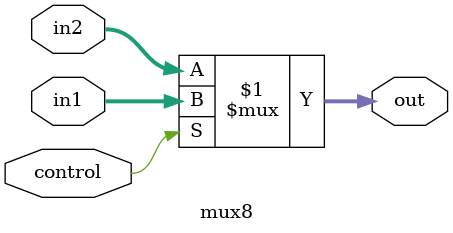
<source format=v>
module mux8(in1, in2, control, out);
	input control;
	
	input [7:0]in1;
	input [7:0]in2;
	output [7:0]out;
	
	assign out = control ? in1 : in2;
	
endmodule
</source>
